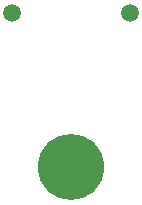
<source format=gbs>
G04 Layer: BottomSolderMaskLayer*
G04 EasyEDA Pro v2.2.27.1, 2024-09-15 10:59:50*
G04 Gerber Generator version 0.3*
G04 Scale: 100 percent, Rotated: No, Reflected: No*
G04 Dimensions in millimeters*
G04 Leading zeros omitted, absolute positions, 3 integers and 5 decimals*
%TF.GenerationSoftware,KiCad,Pcbnew,8.0.5*%
%TF.CreationDate,2024-10-02T17:58:01+08:00*%
%TF.ProjectId,LED_SMT_5730_5S2P_5W,4c45445f-534d-4545-9f35-3733305f3553,rev?*%
%TF.SameCoordinates,Original*%
%TF.FileFunction,Soldermask,Bot*%
%TF.FilePolarity,Negative*%
%FSLAX46Y46*%
G04 Gerber Fmt 4.6, Leading zero omitted, Abs format (unit mm)*
G04 Created by KiCad (PCBNEW 8.0.5) date 2024-10-02 17:58:01*
%MOMM*%
%LPD*%
G01*
G04 APERTURE LIST*
%ADD10C,5.600000*%
%ADD11C,1.500000*%
G04 APERTURE END LIST*
D10*
%TO.C,H1*%
X100000000Y-100000000D03*
%TD*%
D11*
%TO.C,*%
X105000000Y-87000000D03*
%TD*%
%TO.C,*%
X95000000Y-87000000D03*
%TD*%
M02*

</source>
